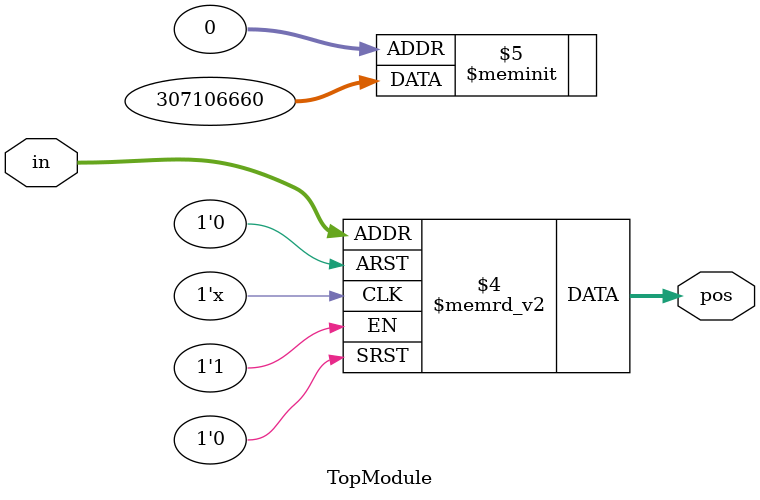
<source format=sv>

module TopModule (
  input [3:0] in,
  output reg [1:0] pos
);

always @(*) begin
    case(in)
        4'b0000: pos = 2'b00;
        4'b0001: pos = 2'b01;
        4'b0010: pos = 2'b10;
        4'b0011: pos = 2'b01;
        4'b0100: pos = 2'b11;
        4'b0101: pos = 2'b00;
        4'b0110: pos = 2'b01;
        4'b0111: pos = 2'b00;
        4'b1000: pos = 2'b10;
        4'b1001: pos = 2'b11;
        4'b1010: pos = 2'b00;
        4'b1011: pos = 2'b01;
        4'b1100: pos = 2'b10;
        4'b1101: pos = 2'b00;
        4'b1110: pos = 2'b01;
        4'b1111: pos = 2'b00;
        default: pos = 2'b00;
    endcase
end

endmodule
/*
Insufficient Understanding of Circuit Concepts: Number and Vector
*/
/*
The testbench simulated, but had errors. Please fix the module. The output of iverilog is as follows:
VCD info: dumpfile wave.vcd opened for output.
D:/MyVerilogDebugger/Dataset/dataset_verilog-eval-human/Prob112_always_case2_test.sv:38: $finish called at 470 (1ps)
Hint: Output 'pos' has 45 mismatches. First mismatch occurred at time 20.
Hint: Total mismatched samples is 45 out of 94 samples

Simulation finished at 470 ps
Mismatches: 45 in 94 samples

*/
/*
Numerical Error
*/
</source>
